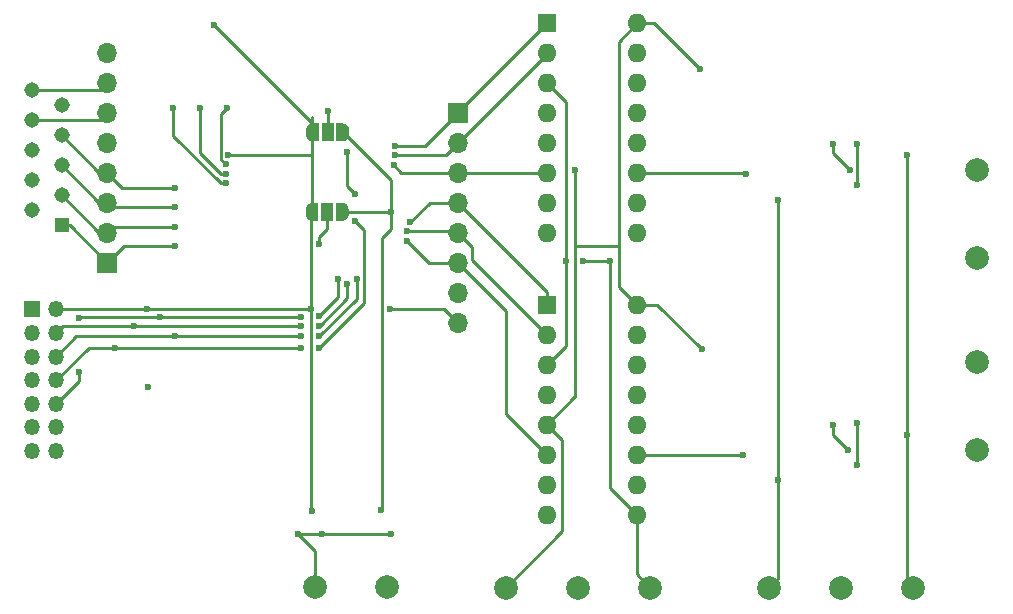
<source format=gbr>
G04 #@! TF.GenerationSoftware,KiCad,Pcbnew,(5.1.9-0-10_14)*
G04 #@! TF.CreationDate,2021-05-04T17:31:03+02:00*
G04 #@! TF.ProjectId,dac-i2s-nos,6461632d-6932-4732-9d6e-6f732e6b6963,rev?*
G04 #@! TF.SameCoordinates,Original*
G04 #@! TF.FileFunction,Copper,L2,Bot*
G04 #@! TF.FilePolarity,Positive*
%FSLAX46Y46*%
G04 Gerber Fmt 4.6, Leading zero omitted, Abs format (unit mm)*
G04 Created by KiCad (PCBNEW (5.1.9-0-10_14)) date 2021-05-04 17:31:03*
%MOMM*%
%LPD*%
G01*
G04 APERTURE LIST*
G04 #@! TA.AperFunction,ComponentPad*
%ADD10O,1.350000X1.350000*%
G04 #@! TD*
G04 #@! TA.AperFunction,ComponentPad*
%ADD11R,1.350000X1.350000*%
G04 #@! TD*
G04 #@! TA.AperFunction,ComponentPad*
%ADD12O,1.700000X1.700000*%
G04 #@! TD*
G04 #@! TA.AperFunction,ComponentPad*
%ADD13R,1.700000X1.700000*%
G04 #@! TD*
G04 #@! TA.AperFunction,ComponentPad*
%ADD14C,2.000000*%
G04 #@! TD*
G04 #@! TA.AperFunction,ComponentPad*
%ADD15O,1.600000X1.600000*%
G04 #@! TD*
G04 #@! TA.AperFunction,ComponentPad*
%ADD16R,1.600000X1.600000*%
G04 #@! TD*
G04 #@! TA.AperFunction,SMDPad,CuDef*
%ADD17R,1.000000X1.500000*%
G04 #@! TD*
G04 #@! TA.AperFunction,SMDPad,CuDef*
%ADD18C,0.100000*%
G04 #@! TD*
G04 #@! TA.AperFunction,ComponentPad*
%ADD19R,1.308000X1.308000*%
G04 #@! TD*
G04 #@! TA.AperFunction,ComponentPad*
%ADD20C,1.308000*%
G04 #@! TD*
G04 #@! TA.AperFunction,ViaPad*
%ADD21C,0.600000*%
G04 #@! TD*
G04 #@! TA.AperFunction,Conductor*
%ADD22C,0.250000*%
G04 #@! TD*
G04 APERTURE END LIST*
D10*
X114808000Y-105599000D03*
X112808000Y-105599000D03*
X114808000Y-103599000D03*
X112808000Y-103599000D03*
X114808000Y-101599000D03*
X112808000Y-101599000D03*
X114808000Y-99599000D03*
X112808000Y-99599000D03*
X114808000Y-97599000D03*
X112808000Y-97599000D03*
X114808000Y-95599000D03*
X112808000Y-95599000D03*
X114808000Y-93599000D03*
D11*
X112808000Y-93599000D03*
D12*
X148844000Y-94742000D03*
X148844000Y-92202000D03*
X148844000Y-89662000D03*
X148844000Y-87122000D03*
X148844000Y-84582000D03*
X148844000Y-82042000D03*
X148844000Y-79502000D03*
D13*
X148844000Y-76962000D03*
D14*
X192786000Y-98044000D03*
X192786000Y-105537000D03*
D15*
X163978000Y-93218000D03*
X156358000Y-110998000D03*
X163978000Y-95758000D03*
X156358000Y-108458000D03*
X163978000Y-98298000D03*
X156358000Y-105918000D03*
X163978000Y-100838000D03*
X156358000Y-103378000D03*
X163978000Y-103378000D03*
X156358000Y-100838000D03*
X163978000Y-105918000D03*
X156358000Y-98298000D03*
X163978000Y-108458000D03*
X156358000Y-95758000D03*
X163978000Y-110998000D03*
D16*
X156358000Y-93218000D03*
D14*
X181229000Y-117157500D03*
X175133000Y-117157500D03*
X187325000Y-117157500D03*
X192786000Y-89281000D03*
X192786000Y-81788000D03*
X159004000Y-117157500D03*
X152908000Y-117157500D03*
X165100000Y-117157500D03*
D15*
X164002501Y-69393001D03*
X156382501Y-87173001D03*
X164002501Y-71933001D03*
X156382501Y-84633001D03*
X164002501Y-74473001D03*
X156382501Y-82093001D03*
X164002501Y-77013001D03*
X156382501Y-79553001D03*
X164002501Y-79553001D03*
X156382501Y-77013001D03*
X164002501Y-82093001D03*
X156382501Y-74473001D03*
X164002501Y-84633001D03*
X156382501Y-71933001D03*
X164002501Y-87173001D03*
D16*
X156382501Y-69393001D03*
D17*
X137795000Y-78613000D03*
G04 #@! TA.AperFunction,SMDPad,CuDef*
D18*
G36*
X139095000Y-77863602D02*
G01*
X139119534Y-77863602D01*
X139168365Y-77868412D01*
X139216490Y-77877984D01*
X139263445Y-77892228D01*
X139308778Y-77911005D01*
X139352051Y-77934136D01*
X139392850Y-77961396D01*
X139430779Y-77992524D01*
X139465476Y-78027221D01*
X139496604Y-78065150D01*
X139523864Y-78105949D01*
X139546995Y-78149222D01*
X139565772Y-78194555D01*
X139580016Y-78241510D01*
X139589588Y-78289635D01*
X139594398Y-78338466D01*
X139594398Y-78363000D01*
X139595000Y-78363000D01*
X139595000Y-78863000D01*
X139594398Y-78863000D01*
X139594398Y-78887534D01*
X139589588Y-78936365D01*
X139580016Y-78984490D01*
X139565772Y-79031445D01*
X139546995Y-79076778D01*
X139523864Y-79120051D01*
X139496604Y-79160850D01*
X139465476Y-79198779D01*
X139430779Y-79233476D01*
X139392850Y-79264604D01*
X139352051Y-79291864D01*
X139308778Y-79314995D01*
X139263445Y-79333772D01*
X139216490Y-79348016D01*
X139168365Y-79357588D01*
X139119534Y-79362398D01*
X139095000Y-79362398D01*
X139095000Y-79363000D01*
X138545000Y-79363000D01*
X138545000Y-77863000D01*
X139095000Y-77863000D01*
X139095000Y-77863602D01*
G37*
G04 #@! TD.AperFunction*
G04 #@! TA.AperFunction,SMDPad,CuDef*
G36*
X137045000Y-79363000D02*
G01*
X136495000Y-79363000D01*
X136495000Y-79362398D01*
X136470466Y-79362398D01*
X136421635Y-79357588D01*
X136373510Y-79348016D01*
X136326555Y-79333772D01*
X136281222Y-79314995D01*
X136237949Y-79291864D01*
X136197150Y-79264604D01*
X136159221Y-79233476D01*
X136124524Y-79198779D01*
X136093396Y-79160850D01*
X136066136Y-79120051D01*
X136043005Y-79076778D01*
X136024228Y-79031445D01*
X136009984Y-78984490D01*
X136000412Y-78936365D01*
X135995602Y-78887534D01*
X135995602Y-78863000D01*
X135995000Y-78863000D01*
X135995000Y-78363000D01*
X135995602Y-78363000D01*
X135995602Y-78338466D01*
X136000412Y-78289635D01*
X136009984Y-78241510D01*
X136024228Y-78194555D01*
X136043005Y-78149222D01*
X136066136Y-78105949D01*
X136093396Y-78065150D01*
X136124524Y-78027221D01*
X136159221Y-77992524D01*
X136197150Y-77961396D01*
X136237949Y-77934136D01*
X136281222Y-77911005D01*
X136326555Y-77892228D01*
X136373510Y-77877984D01*
X136421635Y-77868412D01*
X136470466Y-77863602D01*
X136495000Y-77863602D01*
X136495000Y-77863000D01*
X137045000Y-77863000D01*
X137045000Y-79363000D01*
G37*
G04 #@! TD.AperFunction*
D17*
X137765000Y-85344000D03*
G04 #@! TA.AperFunction,SMDPad,CuDef*
D18*
G36*
X139065000Y-84594602D02*
G01*
X139089534Y-84594602D01*
X139138365Y-84599412D01*
X139186490Y-84608984D01*
X139233445Y-84623228D01*
X139278778Y-84642005D01*
X139322051Y-84665136D01*
X139362850Y-84692396D01*
X139400779Y-84723524D01*
X139435476Y-84758221D01*
X139466604Y-84796150D01*
X139493864Y-84836949D01*
X139516995Y-84880222D01*
X139535772Y-84925555D01*
X139550016Y-84972510D01*
X139559588Y-85020635D01*
X139564398Y-85069466D01*
X139564398Y-85094000D01*
X139565000Y-85094000D01*
X139565000Y-85594000D01*
X139564398Y-85594000D01*
X139564398Y-85618534D01*
X139559588Y-85667365D01*
X139550016Y-85715490D01*
X139535772Y-85762445D01*
X139516995Y-85807778D01*
X139493864Y-85851051D01*
X139466604Y-85891850D01*
X139435476Y-85929779D01*
X139400779Y-85964476D01*
X139362850Y-85995604D01*
X139322051Y-86022864D01*
X139278778Y-86045995D01*
X139233445Y-86064772D01*
X139186490Y-86079016D01*
X139138365Y-86088588D01*
X139089534Y-86093398D01*
X139065000Y-86093398D01*
X139065000Y-86094000D01*
X138515000Y-86094000D01*
X138515000Y-84594000D01*
X139065000Y-84594000D01*
X139065000Y-84594602D01*
G37*
G04 #@! TD.AperFunction*
G04 #@! TA.AperFunction,SMDPad,CuDef*
G36*
X137015000Y-86094000D02*
G01*
X136465000Y-86094000D01*
X136465000Y-86093398D01*
X136440466Y-86093398D01*
X136391635Y-86088588D01*
X136343510Y-86079016D01*
X136296555Y-86064772D01*
X136251222Y-86045995D01*
X136207949Y-86022864D01*
X136167150Y-85995604D01*
X136129221Y-85964476D01*
X136094524Y-85929779D01*
X136063396Y-85891850D01*
X136036136Y-85851051D01*
X136013005Y-85807778D01*
X135994228Y-85762445D01*
X135979984Y-85715490D01*
X135970412Y-85667365D01*
X135965602Y-85618534D01*
X135965602Y-85594000D01*
X135965000Y-85594000D01*
X135965000Y-85094000D01*
X135965602Y-85094000D01*
X135965602Y-85069466D01*
X135970412Y-85020635D01*
X135979984Y-84972510D01*
X135994228Y-84925555D01*
X136013005Y-84880222D01*
X136036136Y-84836949D01*
X136063396Y-84796150D01*
X136094524Y-84758221D01*
X136129221Y-84723524D01*
X136167150Y-84692396D01*
X136207949Y-84665136D01*
X136251222Y-84642005D01*
X136296555Y-84623228D01*
X136343510Y-84608984D01*
X136391635Y-84599412D01*
X136440466Y-84594602D01*
X136465000Y-84594602D01*
X136465000Y-84594000D01*
X137015000Y-84594000D01*
X137015000Y-86094000D01*
G37*
G04 #@! TD.AperFunction*
D19*
X115294000Y-86490000D03*
D20*
X112754000Y-85220000D03*
X115294000Y-83950000D03*
X112754000Y-82680000D03*
X115294000Y-81410000D03*
X112754000Y-80140000D03*
X115294000Y-78870000D03*
X112754000Y-77600000D03*
X115294000Y-76330000D03*
X112754000Y-75060000D03*
D12*
X119126000Y-71882000D03*
X119126000Y-74422000D03*
X119126000Y-76962000D03*
X119126000Y-79502000D03*
X119126000Y-82042000D03*
X119126000Y-84582000D03*
X119126000Y-87122000D03*
D13*
X119126000Y-89662000D03*
D14*
X142811500Y-117094000D03*
X136715500Y-117094000D03*
D21*
X122555000Y-100203000D03*
X136466500Y-110675500D03*
X129387000Y-80544000D03*
X128190000Y-69549000D03*
X122491500Y-93599000D03*
X136365999Y-93545500D03*
X143065500Y-93535500D03*
X124714000Y-76581000D03*
X129159000Y-82931000D03*
X142303500Y-110617000D03*
X143129000Y-85344000D03*
X137856000Y-76774000D03*
X124841000Y-83312000D03*
X124841000Y-84963000D03*
X124841000Y-86614000D03*
X124841000Y-88265000D03*
X143192500Y-112649000D03*
X137350500Y-112649000D03*
X135318500Y-112649000D03*
X140271500Y-90995500D03*
X137096500Y-95885000D03*
X135509000Y-95885000D03*
X124841000Y-95885000D03*
X139446000Y-80264000D03*
X140081000Y-83820000D03*
X140081000Y-86106000D03*
X137096500Y-96837500D03*
X135509000Y-96837500D03*
X119761000Y-96837500D03*
X138684000Y-90995500D03*
X137033000Y-94170500D03*
X135509000Y-94224000D03*
X116776500Y-98869500D03*
X116776500Y-94297500D03*
X123644500Y-94224000D03*
X139453895Y-91437231D03*
X137033000Y-94996000D03*
X135509000Y-95024003D03*
X121383997Y-95024003D03*
X137033000Y-88074500D03*
X129286000Y-76581000D03*
X129150272Y-81308175D03*
X127000000Y-76581000D03*
X129159000Y-82130997D03*
X143510000Y-79756000D03*
X144780000Y-86233000D03*
X161671000Y-89535000D03*
X159385000Y-89535000D03*
X157988000Y-89535000D03*
X169304500Y-73265500D03*
X169456500Y-96989500D03*
X158750000Y-81788000D03*
X175895000Y-108077000D03*
X175895000Y-84328000D03*
X186817000Y-104267000D03*
X186817000Y-80518000D03*
X143383000Y-81407000D03*
X143510000Y-80556003D03*
X144526969Y-87774571D03*
X144482887Y-86975784D03*
X172974000Y-105918000D03*
X182626000Y-103251000D03*
X182626000Y-106807000D03*
X181864000Y-105537000D03*
X180594000Y-103378000D03*
X173228000Y-82169000D03*
X182626000Y-83058000D03*
X182626000Y-79629000D03*
X181991000Y-81788000D03*
X180594000Y-79629000D03*
D22*
X136466500Y-110675500D02*
X136302499Y-110511499D01*
X136495000Y-77854000D02*
X128190000Y-69549000D01*
X136495000Y-78613000D02*
X136495000Y-77854000D01*
X136495000Y-77854000D02*
X136495000Y-77320998D01*
X136365999Y-85443001D02*
X136465000Y-85344000D01*
X136465000Y-78643000D02*
X136495000Y-78613000D01*
X136424000Y-80544000D02*
X136465000Y-80585000D01*
X136465000Y-80585000D02*
X136465000Y-78643000D01*
X129387000Y-80544000D02*
X136424000Y-80544000D01*
X136465000Y-85344000D02*
X136465000Y-80585000D01*
X136271000Y-93599000D02*
X136365999Y-93693999D01*
X136365999Y-93693999D02*
X136365999Y-85443001D01*
X122682000Y-93599000D02*
X136271000Y-93599000D01*
X122491500Y-93599000D02*
X122682000Y-93599000D01*
X114808000Y-93599000D02*
X122491500Y-93599000D01*
X148844000Y-94742000D02*
X147637500Y-93535500D01*
X147637500Y-93535500D02*
X143065500Y-93535500D01*
X136365999Y-110574999D02*
X136365999Y-93545500D01*
X136466500Y-110675500D02*
X136365999Y-110574999D01*
X124714000Y-78910264D02*
X124714000Y-76581000D01*
X128734736Y-82931000D02*
X124714000Y-78910264D01*
X129159000Y-82931000D02*
X128734736Y-82931000D01*
X143129000Y-85344000D02*
X143129000Y-82647000D01*
X139065000Y-85344000D02*
X143129000Y-85344000D01*
X143129000Y-82647000D02*
X139095000Y-78613000D01*
X143129000Y-85344000D02*
X143129000Y-86804500D01*
X143129000Y-86804500D02*
X142367000Y-87566500D01*
X142367000Y-110553500D02*
X142303500Y-110617000D01*
X142367000Y-87566500D02*
X142367000Y-110553500D01*
X137856000Y-78552000D02*
X137795000Y-78613000D01*
X137856000Y-76774000D02*
X137856000Y-78552000D01*
X118488000Y-77600000D02*
X119126000Y-76962000D01*
X112754000Y-77600000D02*
X118488000Y-77600000D01*
X112754000Y-79961078D02*
X112754000Y-80140000D01*
X118466000Y-82042000D02*
X119126000Y-82042000D01*
X115294000Y-78870000D02*
X118466000Y-82042000D01*
X120396000Y-83312000D02*
X119126000Y-82042000D01*
X124841000Y-83312000D02*
X120396000Y-83312000D01*
X118466000Y-84582000D02*
X119126000Y-84582000D01*
X115294000Y-81410000D02*
X118466000Y-84582000D01*
X119507000Y-84963000D02*
X119126000Y-84582000D01*
X124841000Y-84963000D02*
X119507000Y-84963000D01*
X118466000Y-87122000D02*
X119126000Y-87122000D01*
X115294000Y-83950000D02*
X118466000Y-87122000D01*
X119634000Y-86614000D02*
X119126000Y-87122000D01*
X124841000Y-86614000D02*
X119634000Y-86614000D01*
X119126000Y-89662000D02*
X118466000Y-89662000D01*
X115954000Y-86490000D02*
X119126000Y-89662000D01*
X115294000Y-86490000D02*
X115954000Y-86490000D01*
X120523000Y-88265000D02*
X119126000Y-89662000D01*
X124841000Y-88265000D02*
X120523000Y-88265000D01*
X143192500Y-112649000D02*
X137350500Y-112649000D01*
X137350500Y-112649000D02*
X135318500Y-112649000D01*
X136715500Y-114046000D02*
X135318500Y-112649000D01*
X136715500Y-117094000D02*
X136715500Y-114046000D01*
X114872000Y-97663000D02*
X114808000Y-97599000D01*
X140271500Y-92710000D02*
X137096500Y-95885000D01*
X140271500Y-90995500D02*
X140271500Y-92710000D01*
X116522000Y-95885000D02*
X114808000Y-97599000D01*
X124841000Y-95885000D02*
X116522000Y-95885000D01*
X135509000Y-95885000D02*
X124841000Y-95885000D01*
X139446000Y-83185000D02*
X140081000Y-83820000D01*
X139446000Y-80264000D02*
X139446000Y-83185000D01*
X140896501Y-93037499D02*
X137096500Y-96837500D01*
X140896501Y-86921501D02*
X140896501Y-93037499D01*
X140081000Y-86106000D02*
X140896501Y-86921501D01*
X117569500Y-96837500D02*
X114808000Y-99599000D01*
X119761000Y-96837500D02*
X117569500Y-96837500D01*
X135509000Y-96837500D02*
X119761000Y-96837500D01*
X138684000Y-92519500D02*
X137033000Y-94170500D01*
X138684000Y-90995500D02*
X138684000Y-92519500D01*
X116850000Y-94224000D02*
X116776500Y-94297500D01*
X116776500Y-99630500D02*
X114808000Y-101599000D01*
X116776500Y-98869500D02*
X116776500Y-99630500D01*
X121338500Y-94224000D02*
X116850000Y-94224000D01*
X123644500Y-94224000D02*
X121338500Y-94224000D01*
X135509000Y-94224000D02*
X123644500Y-94224000D01*
X137132502Y-94996000D02*
X137033000Y-94996000D01*
X139453895Y-92674607D02*
X137132502Y-94996000D01*
X139453895Y-91437231D02*
X139453895Y-92674607D01*
X115382997Y-95024003D02*
X114808000Y-95599000D01*
X119097997Y-95024003D02*
X115382997Y-95024003D01*
X121383997Y-95024003D02*
X119097997Y-95024003D01*
X135509000Y-95024003D02*
X121383997Y-95024003D01*
X137765000Y-86771000D02*
X137765000Y-85344000D01*
X137033000Y-87503000D02*
X137765000Y-86771000D01*
X137033000Y-88074500D02*
X137033000Y-87503000D01*
X128761999Y-77105001D02*
X129286000Y-76581000D01*
X128761999Y-80919902D02*
X128761999Y-77105001D01*
X129150272Y-81308175D02*
X128761999Y-80919902D01*
X127000000Y-80396261D02*
X127000000Y-76581000D01*
X128734736Y-82130997D02*
X127000000Y-80396261D01*
X129159000Y-82130997D02*
X128734736Y-82130997D01*
X118488000Y-75060000D02*
X119126000Y-74422000D01*
X112754000Y-75060000D02*
X118488000Y-75060000D01*
X156158999Y-69393001D02*
X156382501Y-69393001D01*
X156306502Y-69469000D02*
X156382501Y-69393001D01*
X148844000Y-76931502D02*
X156382501Y-69393001D01*
X148844000Y-76962000D02*
X148844000Y-76931502D01*
X146050000Y-79756000D02*
X148844000Y-76962000D01*
X143510000Y-79756000D02*
X146050000Y-79756000D01*
X156358000Y-92096000D02*
X156358000Y-93218000D01*
X148844000Y-84582000D02*
X156358000Y-92096000D01*
X146431000Y-84582000D02*
X148844000Y-84582000D01*
X144780000Y-86233000D02*
X146431000Y-84582000D01*
X156382501Y-74473001D02*
X157988000Y-76078500D01*
X157988000Y-96668000D02*
X156358000Y-98298000D01*
X161671000Y-108691000D02*
X161872000Y-108892000D01*
X161671000Y-89535000D02*
X161671000Y-108691000D01*
X163978000Y-110998000D02*
X161872000Y-108892000D01*
X161671000Y-89535000D02*
X159385000Y-89535000D01*
X157988000Y-89535000D02*
X157988000Y-96668000D01*
X157988000Y-76078500D02*
X157988000Y-89535000D01*
X163978000Y-116035500D02*
X165100000Y-117157500D01*
X163978000Y-110998000D02*
X163978000Y-116035500D01*
X164002501Y-69393001D02*
X162433000Y-70962502D01*
X162433000Y-91673000D02*
X163978000Y-93218000D01*
X158750000Y-100986000D02*
X158697000Y-101039000D01*
X156358000Y-103378000D02*
X158697000Y-101039000D01*
X165432001Y-69393001D02*
X169304500Y-73265500D01*
X164002501Y-69393001D02*
X165432001Y-69393001D01*
X165685000Y-93218000D02*
X169456500Y-96989500D01*
X163978000Y-93218000D02*
X165685000Y-93218000D01*
X162433000Y-88265000D02*
X158750000Y-88265000D01*
X158750000Y-81788000D02*
X158750000Y-88265000D01*
X158750000Y-88265000D02*
X158750000Y-100986000D01*
X162433000Y-70962502D02*
X162433000Y-88265000D01*
X162433000Y-88265000D02*
X162433000Y-91673000D01*
X152908000Y-117157500D02*
X157670500Y-112395000D01*
X157670500Y-104690500D02*
X156358000Y-103378000D01*
X157670500Y-112395000D02*
X157670500Y-104690500D01*
X175895000Y-108077000D02*
X175895000Y-84328000D01*
X175895000Y-116395500D02*
X175133000Y-117157500D01*
X175895000Y-108077000D02*
X175895000Y-116395500D01*
X186817000Y-104267000D02*
X186817000Y-80518000D01*
X186817000Y-116649500D02*
X187325000Y-117157500D01*
X186817000Y-104267000D02*
X186817000Y-116649500D01*
X144018000Y-82042000D02*
X148844000Y-82042000D01*
X143383000Y-81407000D02*
X144018000Y-82042000D01*
X156331500Y-82042000D02*
X156382501Y-82093001D01*
X148844000Y-82042000D02*
X156331500Y-82042000D01*
X156382501Y-71963499D02*
X156382501Y-71933001D01*
X148844000Y-79502000D02*
X156382501Y-71963499D01*
X147789997Y-80556003D02*
X148844000Y-79502000D01*
X143510000Y-80556003D02*
X147789997Y-80556003D01*
X146414398Y-89662000D02*
X148844000Y-89662000D01*
X144526969Y-87774571D02*
X146414398Y-89662000D01*
X156358000Y-105918000D02*
X152908000Y-102468000D01*
X152908000Y-93726000D02*
X148844000Y-89662000D01*
X152908000Y-102468000D02*
X152908000Y-93726000D01*
X150019001Y-89419001D02*
X156358000Y-95758000D01*
X150019001Y-88297001D02*
X150019001Y-89419001D01*
X148844000Y-87122000D02*
X150019001Y-88297001D01*
X148697784Y-86975784D02*
X148844000Y-87122000D01*
X144482887Y-86975784D02*
X148697784Y-86975784D01*
X163978000Y-105918000D02*
X172974000Y-105918000D01*
X182626000Y-103251000D02*
X182626000Y-106807000D01*
X181864000Y-105537000D02*
X180594000Y-104267000D01*
X180594000Y-104267000D02*
X180594000Y-103378000D01*
X164078500Y-82169000D02*
X164002501Y-82093001D01*
X173152001Y-82093001D02*
X173228000Y-82169000D01*
X164002501Y-82093001D02*
X173152001Y-82093001D01*
X182626000Y-83058000D02*
X182626000Y-79629000D01*
X181991000Y-81788000D02*
X180594000Y-80391000D01*
X180594000Y-80391000D02*
X180594000Y-79629000D01*
M02*

</source>
